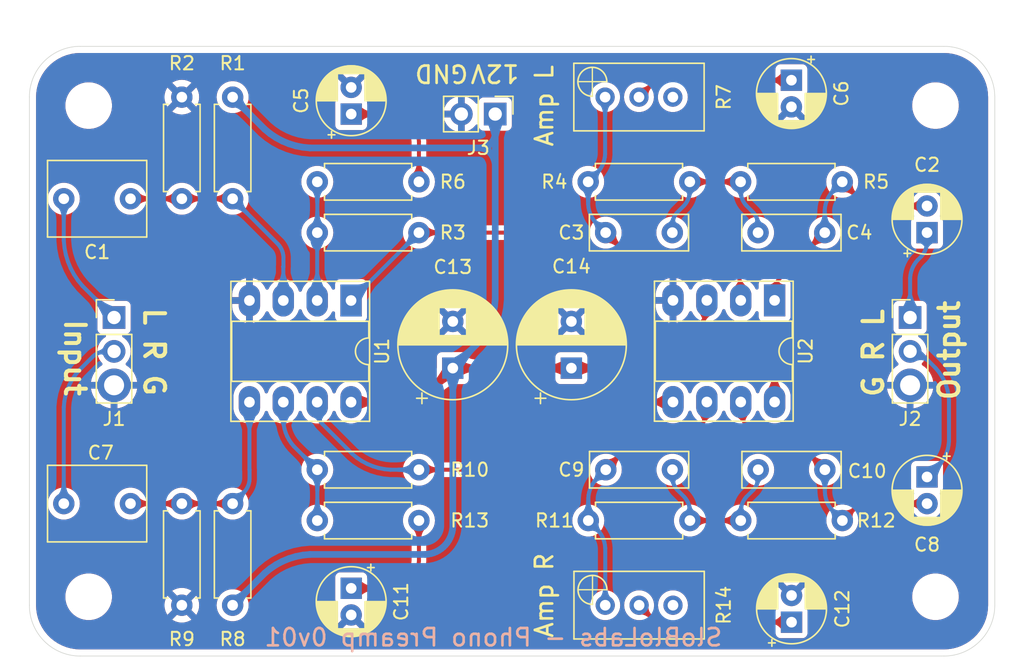
<source format=kicad_pcb>
(kicad_pcb (version 20240108) (generator "pcbnew") (generator_version "8.0")
  (title_block (comment 4 "AISLER Project ID: NXXSLMLE"))
  (layers (0 "F.Cu" signal) (31 "B.Cu" signal) (34 "B.Paste" user) (35 "F.Paste" user) (36 "B.SilkS" user "B.Silkscreen") (37 "F.SilkS" user "F.Silkscreen") (38 "B.Mask" user) (39 "F.Mask" user) (44 "Edge.Cuts" user))
  (net 0 "")
  (net 1 "/input_L")
  (net 2 "/op1in+L")
  (net 3 "/output_L")
  (net 4 "/op2outL")
  (net 5 "Net-(C3-Pad1)")
  (net 6 "/op2in-L")
  (net 7 "GND")
  (net 8 "Net-(C5-Pad1)")
  (net 9 "Net-(C6-Pad1)")
  (net 10 "/input_R")
  (net 11 "/output_R")
  (net 12 "Net-(C10-Pad2)")
  (net 13 "Net-(C11-Pad1)")
  (net 14 "Net-(C12-Pad1)")
  (net 15 "/12V")
  (net 16 "/op1in+R")
  (net 17 "/op2outR")
  (net 18 "/op2in-R")
  (net 19 "/op2in+L")
  (net 20 "/op1in-L")
  (net 21 "/op1in-R")
  (net 22 "/op2in+R")
  (footprint "Resistor_THT:R_Axial_DIN0207_L6.3mm_D2.5mm_P7.62mm_Horizontal" (layer "F.Cu") (at 111.76 100.33)
    (property "Reference" "R10")
    (property "Value" "120k")
  )
  (footprint "Resistor_THT:R_Axial_DIN0207_L6.3mm_D2.5mm_P7.62mm_Horizontal" (layer "F.Cu") (at 105.41 80.01 90)
    (property "Reference" "R1")
    (property "Value" "91k")
  )
  (footprint "Resistor_THT:R_Axial_DIN0207_L6.3mm_D2.5mm_P7.62mm_Horizontal" (layer "F.Cu") (at 111.76 82.55)
    (property "Reference" "R3")
    (property "Value" "120k")
  )
  (footprint "MountingHole:MountingHole_3mm" (layer "F.Cu") (at 158.115 73.025)
    (property "Reference" "H2" (hide yes))
    (property "Value" "MountingHole")
  )
  (footprint "Capacitor_THT:C_Rect_L7.2mm_W2.5mm_P5.00mm_FKS2_FKP2_MKS2_MKP2" (layer "F.Cu") (at 149.82 100.33 180)
    (property "Reference" "C10")
    (property "Value" "1n")
  )
  (footprint "Capacitor_THT:C_Rect_L7.2mm_W5.5mm_P5.00mm_FKS2_FKP2_MKS2_MKP2" (layer "F.Cu") (at 97.75 80.01 180)
    (property "Reference" "C1")
    (property "Value" "1u")
  )
  (footprint "Resistor_THT:R_Axial_DIN0207_L6.3mm_D2.5mm_P7.62mm_Horizontal" (layer "F.Cu") (at 119.38 104.14 180)
    (property "Reference" "R13")
    (property "Value" "10k")
  )
  (footprint "Capacitor_THT:CP_Radial_D8.0mm_P3.50mm" (layer "F.Cu") (at 121.92 92.71 90)
    (property "Reference" "C13")
    (property "Value" "100u")
  )
  (footprint "SloBlo:Potentiometer_Bourns_3296W_Vertical" (layer "F.Cu") (at 133.34 72.39 180)
    (property "Reference" "R7")
    (property "Value" "10k")
  )
  (footprint "Connector_PinHeader_2.54mm:PinHeader_1x03_P2.54mm_Vertical" (layer "F.Cu") (at 156.21 88.915)
    (property "Reference" "J2")
    (property "Value" "Screw_Terminal_01x03")
  )
  (footprint "Capacitor_THT:CP_Radial_D5.0mm_P2.00mm" (layer "F.Cu") (at 147.31 71.12 -90)
    (property "Reference" "C6")
    (property "Value" "22u")
  )
  (footprint "Resistor_THT:R_Axial_DIN0207_L6.3mm_D2.5mm_P7.62mm_Horizontal" (layer "F.Cu") (at 105.41 102.87 -90)
    (property "Reference" "R8")
    (property "Value" "91k")
  )
  (footprint "Resistor_THT:R_Axial_DIN0207_L6.3mm_D2.5mm_P7.62mm_Horizontal" (layer "F.Cu") (at 119.38 78.74 180)
    (property "Reference" "R6")
    (property "Value" "10k")
  )
  (footprint "Capacitor_THT:C_Rect_L7.2mm_W2.5mm_P5.00mm_FKS2_FKP2_MKS2_MKP2" (layer "F.Cu") (at 149.81 82.55 180)
    (property "Reference" "C4")
    (property "Value" "1n")
  )
  (footprint "Capacitor_THT:CP_Radial_D5.0mm_P2.00mm" (layer "F.Cu") (at 157.48 82.55 90)
    (property "Reference" "C2")
    (property "Value" "10u")
  )
  (footprint "Capacitor_THT:C_Rect_L7.2mm_W2.5mm_P5.00mm_FKS2_FKP2_MKS2_MKP2" (layer "F.Cu") (at 138.39 100.33 180)
    (property "Reference" "C9")
    (property "Value" "10n")
  )
  (footprint "Resistor_THT:R_Axial_DIN0207_L6.3mm_D2.5mm_P7.62mm_Horizontal" (layer "F.Cu") (at 101.6 72.39 -90)
    (property "Reference" "R2")
    (property "Value" "100k")
  )
  (footprint "Capacitor_THT:CP_Radial_D8.0mm_P3.50mm" (layer "F.Cu") (at 130.81 92.71 90)
    (property "Reference" "C14")
    (property "Value" "100u")
  )
  (footprint "Capacitor_THT:CP_Radial_D5.0mm_P2.00mm" (layer "F.Cu") (at 147.32 111.76 90)
    (property "Reference" "C12")
    (property "Value" "22u")
  )
  (footprint "Capacitor_THT:C_Rect_L7.2mm_W2.5mm_P5.00mm_FKS2_FKP2_MKS2_MKP2" (layer "F.Cu") (at 138.38 82.55 180)
    (property "Reference" "C3")
    (property "Value" "10n")
  )
  (footprint "Resistor_THT:R_Axial_DIN0207_L6.3mm_D2.5mm_P7.62mm_Horizontal" (layer "F.Cu") (at 132.08 104.14)
    (property "Reference" "R11")
    (property "Value" "1M")
  )
  (footprint "Capacitor_THT:CP_Radial_D5.0mm_P2.00mm" (layer "F.Cu") (at 114.3 109.22 -90)
    (property "Reference" "C11")
    (property "Value" "2u2")
  )
  (footprint "SloBlo:Potentiometer_Bourns_3296W_Vertical" (layer "F.Cu") (at 133.35 110.49 180)
    (property "Reference" "R14")
    (property "Value" "10k")
  )
  (footprint "Capacitor_THT:C_Rect_L7.2mm_W5.5mm_P5.00mm_FKS2_FKP2_MKS2_MKP2" (layer "F.Cu") (at 97.75 102.87 180)
    (property "Reference" "C7")
    (property "Value" "1u")
  )
  (footprint "Package_DIP:DIP-8_W7.62mm_Socket_LongPads" (layer "F.Cu") (at 114.29 87.64 -90)
    (property "Reference" "U1")
    (property "Value" "NE5532")
  )
  (footprint "Resistor_THT:R_Axial_DIN0207_L6.3mm_D2.5mm_P7.62mm_Horizontal" (layer "F.Cu") (at 151.13 104.14 180)
    (property "Reference" "R12")
    (property "Value" "51k")
  )
  (footprint "Capacitor_THT:CP_Radial_D5.0mm_P2.00mm" (layer "F.Cu") (at 157.48 100.87 -90)
    (property "Reference" "C8")
    (property "Value" "10u")
  )
  (footprint "Connector_PinHeader_2.54mm:PinHeader_1x03_P2.54mm_Vertical" (layer "F.Cu") (at 96.519962 88.915)
    (property "Reference" "J1")
    (property "Value" "Screw_Terminal_01x03")
  )
  (footprint "MountingHole:MountingHole_3mm" (layer "F.Cu") (at 94.615 73.025)
    (property "Reference" "H1" (hide yes))
    (property "Value" "MountingHole")
  )
  (footprint "MountingHole:MountingHole_3mm" (layer "F.Cu") (at 158.115 109.855)
    (property "Reference" "H4" (hide yes))
    (property "Value" "MountingHole")
  )
  (footprint "Package_DIP:DIP-8_W7.62mm_Socket_LongPads" (layer "F.Cu") (at 146.05 87.63 -90)
    (property "Reference" "U2")
    (property "Value" "TL072")
  )
  (footprint "Resistor_THT:R_Axial_DIN0207_L6.3mm_D2.5mm_P7.62mm_Horizontal" (layer "F.Cu") (at 151.12 78.74 180)
    (property "Reference" "R5")
    (property "Value" "51k")
  )
  (footprint "MountingHole:MountingHole_3mm" (layer "F.Cu") (at 94.615 109.855)
    (property "Reference" "H3" (hide yes))
    (property "Value" "MountingHole")
  )
  (footprint "Resistor_THT:R_Axial_DIN0207_L6.3mm_D2.5mm_P7.62mm_Horizontal" (layer "F.Cu") (at 101.6 110.49 90)
    (property "Reference" "R9")
    (property "Value" "100k")
  )
  (footprint "Capacitor_THT:CP_Radial_D5.0mm_P2.00mm" (layer "F.Cu") (at 114.3 73.66 90)
    (property "Reference" "C5")
    (property "Value" "2u2")
  )
  (footprint "Connector_PinHeader_2.54mm:PinHeader_1x02_P2.54mm_Vertical" (layer "F.Cu") (at 125.1 73.66 -90)
    (property "Reference" "J3")
    (property "Value" "Screw_Terminal_01x02")
  )
  (footprint "Resistor_THT:R_Axial_DIN0207_L6.3mm_D2.5mm_P7.62mm_Horizontal" (layer "F.Cu") (at 132.07 78.74)
    (property "Reference" "R4")
    (property "Value" "1M")
  )
  (gr_line (start 90.17 72.39) (end 90.17 110.49) (stroke (width 0.05)) (layer "Edge.Cuts"))
  (gr_arc (start 90.17 72.39) (mid 91.285923 69.695923) (end 93.98 68.58) (stroke (width 0.05)) (layer "Edge.Cuts"))
  (gr_line (start 158.75 68.58) (end 93.98 68.58) (stroke (width 0.05)) (layer "Edge.Cuts"))
  (gr_line (start 162.56 110.49) (end 162.56 72.39) (stroke (width 0.05)) (layer "Edge.Cuts"))
  (gr_line (start 93.98 114.3) (end 158.75 114.3) (stroke (width 0.05)) (layer "Edge.Cuts"))
  (gr_arc (start 93.98 114.3) (mid 91.285923 113.184077) (end 90.17 110.49) (stroke (width 0.05)) (layer "Edge.Cuts"))
  (gr_arc (start 162.56 110.49) (mid 161.444077 113.184077) (end 158.75 114.3) (stroke (width 0.05)) (layer "Edge.Cuts"))
  (gr_arc (start 158.75 68.58) (mid 161.444077 69.695923) (end 162.56 72.39) (stroke (width 0.05)) (layer "Edge.Cuts"))
  (gr_text "SloBloLabs - Phono Preamp 0v01" (at 142.24 113.665 0) (layer "B.SilkS") (effects (font (size 1.3 1.3) (thickness 0.2)) (justify left bottom mirror)))
  (gr_text "G R L" (at 154.332022 95.022084 90) (layer "F.SilkS") (effects (font (size 1.5 1.5) (thickness 0.3) (bold yes)) (justify left bottom)))
  (gr_text "12V" (at 127 69.85 180) (layer "F.SilkS") (effects (font (size 1.3 1.3) (thickness 0.2)) (justify left bottom)))
  (gr_text "GND" (at 123.19 69.85 180) (layer "F.SilkS") (effects (font (size 1.3 1.3) (thickness 0.2)) (justify left bottom)))
  (gr_text "Output" (at 160.02 95.25 90) (layer "F.SilkS") (effects (font (size 1.5 1.5) (thickness 0.3) (bold yes)) (justify left bottom)))
  (gr_text "L R G" (at 98.651094 88.038905 270) (layer "F.SilkS") (effects (font (size 1.5 1.5) (thickness 0.3) (bold yes)) (justify left bottom)))
  (gr_text "Amp R" (at 129.54 113.03 90) (layer "F.SilkS") (effects (font (size 1.3 1.3) (thickness 0.2)) (justify left bottom)))
  (gr_text "Amp L" (at 129.54 76.2 90) (layer "F.SilkS") (effects (font (size 1.3 1.3) (thickness 0.2)) (justify left bottom)))
  (gr_text "Input" (at 92.71 88.915 270) (layer "F.SilkS") (effects (font (size 1.5 1.5) (thickness 0.3) (bold yes)) (justify left bottom)))
  (segment (start 92.906709 84.214857) (end 93.061911 84.726487) (width 0.3) (layer "B.Cu") (net 1))
  (segment (start 92.906709 84.214857) (end 92.802404 83.690478) (width 0.3) (layer "B.Cu") (net 1))
  (segment (start 93.061911 84.726487) (end 93.266513 85.220441) (width 0.3) (layer "B.Cu") (net 1))
  (segment (start 93.266513 85.220441) (end 93.518546 85.691963) (width 0.3) (layer "B.Cu") (net 1))
  (segment (start 92.75 83.1584) (end 92.75 80.01) (width 0.3) (layer "B.Cu") (net 1))
  (segment (start 93.518546 85.691963) (end 93.815583 86.13651) (width 0.3) (layer "B.Cu") (net 1))
  (segment (start 94.154763 86.549801) (end 96.519962 88.915) (width 0.3) (layer "B.Cu") (net 1))
  (segment (start 92.75 83.1584) (end 92.802404 83.690478) (width 0.3) (layer "B.Cu") (net 1))
  (segment (start 93.815583 86.13651) (end 94.154763 86.549801) (width 0.3) (layer "B.Cu") (net 1))
  (segment (start 101.6 80.01) (end 105.41 80.01) (width 0.3) (layer "F.Cu") (net 2))
  (segment (start 101.6 80.01) (end 97.75 80.01) (width 0.3) (layer "F.Cu") (net 2))
  (segment (start 109.210163 85.104562) (end 109.21 85.106231) (width 0.3) (layer "B.Cu") (net 2))
  (segment (start 109.212408 85.098283) (end 109.21334 85.096888) (width 0.3) (layer "B.Cu") (net 2))
  (segment (start 108.82424 83.42424) (end 108.919795 83.540675) (width 0.3) (layer "B.Cu") (net 2))
  (segment (start 109.205235 84.229786) (end 109.17585 84.082055) (width 0.3) (layer "B.Cu") (net 2))
  (segment (start 109.22 85.083766) (end 109.219835 85.085435) (width 0.3) (layer "B.Cu") (net 2))
  (segment (start 109.210163 85.104562) (end 109.21049 85.102917) (width 0.3) (layer "B.Cu") (net 2))
  (segment (start 109.216655 85.093109) (end 109.21559 85.094405) (width 0.3) (layer "B.Cu") (net 2))
  (segment (start 109.211618 85.099762) (end 109.210977 85.101312) (width 0.3) (layer "B.Cu") (net 2))
  (segment (start 109.21559 85.094405) (end 109.214404 85.095592) (width 0.3) (layer "B.Cu") (net 2))
  (segment (start 109.214404 85.095592) (end 109.21334 85.096888) (width 0.3) (layer "B.Cu") (net 2))
  (segment (start 109.218378 85.090235) (end 109.21902 85.088685) (width 0.3) (layer "B.Cu") (net 2))
  (segment (start 109.22 85.083766) (end 109.22 84.379687) (width 0.3) (layer "B.Cu") (net 2))
  (segment (start 109.132125 83.937915) (end 109.17585 84.082055) (width 0.3) (layer "B.Cu") (net 2))
  (segment (start 109.21 85.106231) (end 109.21 87.64) (width 0.3) (layer "B.Cu") (net 2))
  (segment (start 108.82424 83.42424) (end 105.41 80.01) (width 0.3) (layer "B.Cu") (net 2))
  (segment (start 109.210977 85.101312) (end 109.21049 85.102917) (width 0.3) (layer "B.Cu") (net 2))
  (segment (start 109.218378 85.090235) (end 109.217587 85.091714) (width 0.3) (layer "B.Cu") (net 2))
  (segment (start 109.219507 85.08708) (end 109.219835 85.085435) (width 0.3) (layer "B.Cu") (net 2))
  (segment (start 109.216655 85.093109) (end 109.217587 85.091714) (width 0.3) (layer "B.Cu") (net 2))
  (segment (start 109.003478 83.665915) (end 109.074483 83.798755) (width 0.3) (layer "B.Cu") (net 2))
  (segment (start 109.212408 85.098283) (end 109.211618 85.099762) (width 0.3) (layer "B.Cu") (net 2))
  (segment (start 109.219507 85.08708) (end 109.21902 85.088685) (width 0.3) (layer "B.Cu") (net 2))
  (segment (start 109.205235 84.229786) (end 109.22 84.379687) (width 0.3) (layer "B.Cu") (net 2))
  (segment (start 109.003478 83.665915) (end 108.919795 83.540675) (width 0.3) (layer "B.Cu") (net 2))
  (segment (start 109.074483 83.798755) (end 109.132125 83.937915) (width 0.3) (layer "B.Cu") (net 2))
  (segment (start 156.21 85.963216) (end 156.21 88.915) (width 0.3) (layer "B.Cu") (net 3))
  (segment (start 156.634549 84.776674) (end 156.516204 84.953792) (width 0.3) (layer "B.Cu") (net 3))
  (segment (start 157.160483 84.198991) (end 157.05878 84.322917) (width 0.3) (layer "B.Cu") (net 3))
  (segment (start 157.48 83.306006) (end 157.48 82.55) (width 0.3) (layer "B.Cu") (net 3))
  (segment (start 157.160483 84.198991) (end 157.24955 84.065694) (width 0.3) (layer "B.Cu") (net 3))
  (segment (start 156.272435 85.542302) (end 156.230879 85.751225) (width 0.3) (layer "B.Cu") (net 3))
  (segment (start 157.325122 83.924308) (end 157.24955 84.065694) (width 0.3) (layer "B.Cu") (net 3))
  (segment (start 156.516204 84.953792) (end 156.415788 85.141656) (width 0.3) (layer "B.Cu") (net 3))
  (segment (start 157.48 83.306006) (end 157.464286 83.465549) (width 0.3) (layer "B.Cu") (net 3))
  (segment (start 156.33427 85.338457) (end 156.272435 85.542302) (width 0.3) (layer "B.Cu") (net 3))
  (segment (start 157.433009 83.622785) (end 157.464286 83.465549) (width 0.3) (layer "B.Cu") (net 3))
  (segment (start 156.33427 85.338457) (end 156.415788 85.141656) (width 0.3) (layer "B.Cu") (net 3))
  (segment (start 157.386472 83.776197) (end 157.325122 83.924308) (width 0.3) (layer "B.Cu") (net 3))
  (segment (start 156.769686 84.61201) (end 156.634549 84.776674) (width 0.3) (layer "B.Cu") (net 3))
  (segment (start 157.433009 83.622785) (end 157.386472 83.776197) (width 0.3) (layer "B.Cu") (net 3))
  (segment (start 156.230879 85.751225) (end 156.21 85.963216) (width 0.3) (layer "B.Cu") (net 3))
  (segment (start 156.769686 84.61201) (end 157.05878 84.322917) (width 0.3) (layer "B.Cu") (net 3))
  (segment (start 147.323458 85.044641) (end 147.321737 85.050316) (width 0.3) (layer "F.Cu") (net 4))
  (segment (start 153.185538 80.540793) (end 153.279014 80.55) (width 0.3) (layer "F.Cu") (net 4))
  (segment (start 146.445757 85.96424) (end 147.304418 85.105579) (width 0.3) (layer "F.Cu") (net 4))
  (segment (start 147.314269 85.090835) (end 147.316539 85.085356) (width 0.3) (layer "F.Cu") (net 4))
  (segment (start 146.445757 85.96424) (end 146.350201 86.080675) (width 0.3) (layer "F.Cu") (net 4))
  (segment (start 147.331817 85.029002) (end 147.328523 85.033932) (width 0.3) (layer "F.Cu") (net 4))
  (segment (start 152.755815 80.362795) (end 152.833913 80.414978) (width 0.3) (layer "F.Cu") (net 4))
  (segment (start 146.266518 86.205915) (end 146.195514 86.338755) (width 0.3) (layer "F.Cu") (net 4))
  (segment (start 152.683207 80.303207) (end 152.755815 80.362795) (width 0.3) (layer "F.Cu") (net 4))
  (segment (start 147.321737 85.050316) (end 147.320581 85.056131) (width 0.3) (layer "F.Cu") (net 4))
  (segment (start 146.064763 86.769786) (end 146.05 86.919687) (width 0.3) (layer "F.Cu") (net 4))
  (segment (start 152.265 79.885) (end 152.335 79.955) (width 0.3) (layer "F.Cu") (net 4))
  (segment (start 153.00353 80.495202) (end 153.093414 80.522468) (width 0.3) (layer "F.Cu") (net 4))
  (segment (start 147.335579 85.024418) (end 149.81 82.55) (width 0.3) (layer "F.Cu") (net 4))
  (segment (start 152.125 79.745) (end 152.195 79.815) (width 0.3) (layer "F.Cu") (net 4))
  (segment (start 153.093414 80.522468) (end 153.185538 80.540793) (width 0.3) (layer "F.Cu") (net 4))
  (segment (start 152.125 79.745) (end 151.12 78.74) (width 0.3) (layer "F.Cu") (net 4))
  (segment (start 147.323458 85.044641) (end 147.325728 85.039162) (width 0.3) (layer "F.Cu") (net 4))
  (segment (start 147.328523 85.033932) (end 147.325728 85.039162) (width 0.3) (layer "F.Cu") (net 4))
  (segment (start 147.32 85.067964) (end 147.319418 85.073866) (width 0.3) (layer "F.Cu") (net 4))
  (segment (start 147.30818 85.100995) (end 147.304418 85.105579) (width 0.3) (layer "F.Cu") (net 4))
  (segment (start 153.00353 80.495202) (end 152.916751 80.459256) (width 0.3) (layer "F.Cu") (net 4))
  (segment (start 147.32 85.062033) (end 147.32 85.067964) (width 0.3) (layer "F.Cu") (net 4))
  (segment (start 152.544307 80.164307) (end 152.475692 80.095692) (width 0.3) (layer "F.Cu") (net 4))
  (segment (start 147.318261 85.079681) (end 147.319418 85.073866) (width 0.3) (layer "F.Cu") (net 4))
  (segment (start 146.05 86.919687) (end 146.05 87.63) (width 0.3) (layer "F.Cu") (net 4))
  (segment (start 152.544307 80.164307) (end 152.612922 80.232922) (width 0.3) (layer "F.Cu") (net 4))
  (segment (start 147.311474 85.096065) (end 147.30818 85.100995) (width 0.3) (layer "F.Cu") (net 4))
  (segment (start 146.195514 86.338755) (end 146.137873 86.477915) (width 0.3) (layer "F.Cu") (net 4))
  (segment (start 152.833913 80.414978) (end 152.916751 80.459256) (width 0.3) (layer "F.Cu") (net 4))
  (segment (start 147.314269 85.090835) (end 147.311474 85.096065) (width 0.3) (layer "F.Cu") (net 4))
  (segment (start 147.318261 85.079681) (end 147.316539 85.085356) (width 0.3) (layer "F.Cu") (net 4))
  (segment (start 146.350201 86.080675) (end 146.266518 86.205915) (width 0.3) (layer "F.Cu") (net 4))
  (segment (start 153.279014 80.55) (end 157.48 80.55) (width 0.3) (layer "F.Cu") (net 4))
  (segment (start 147.320581 85.056131) (end 147.32 85.062033) (width 0.3) (layer "F.Cu") (net 4))
  (segment (start 147.335579 85.024418) (end 147.331817 85.029002) (width 0.3) (layer "F.Cu") (net 4))
  (segment (start 146.137873 86.477915) (end 146.094149 86.622055) (width 0.3) (layer "F.Cu") (net 4))
  (segment (start 152.407077 80.027077) (end 152.475692 80.095692) (width 0.3) (layer "F.Cu") (net 4))
  (segment (start 152.335 79.955) (end 152.407077 80.027077) (width 0.3) (layer "F.Cu") (net 4))
  (segment (start 152.683207 80.303207) (end 152.612922 80.232922) (width 0.3) (layer "F.Cu") (net 4))
  (segment (start 152.265 79.885) (end 152.195 79.815) (width 0.3) (layer "F.Cu") (net 4))
  (segment (start 146.064763 86.769786) (end 146.094149 86.622055) (width 0.3) (layer "F.Cu") (net 4))
  (segment (start 150.387313 79.472684) (end 150.247921 79.642534) (width 0.3) (layer "B.Cu") (net 4))
  (segment (start 149.938184 80.22201) (end 149.874402 80.432275) (width 0.3) (layer "B.Cu") (net 4))
  (segment (start 150.125847 79.825229) (end 150.022269 80.01901) (width 0.3) (layer "B.Cu") (net 4))
  (segment (start 150.387313 79.472684) (end 151.12 78.74) (width 0.3) (layer "B.Cu") (net 4))
  (segment (start 149.81 80.866446) (end 149.81 82.55) (width 0.3) (layer "B.Cu") (net 4))
  (segment (start 149.831536 80.647778) (end 149.81 80.866446) (width 0.3) (layer "B.Cu") (net 4))
  (segment (start 150.022269 80.01901) (end 149.938184 80.22201) (width 0.3) (layer "B.Cu") (net 4))
  (segment (start 149.874402 80.432275) (end 149.831536 80.647778) (width 0.3) (layer "B.Cu") (net 4))
  (segment (start 150.125847 79.825229) (end 150.247921 79.642534) (width 0.3) (layer "B.Cu") (net 4))
  (segment (start 143.5 78.74) (end 139.69 78.74) (width 0.3) (layer "F.Cu") (net 5))
  (segment (start 139.45955 80.255693) (end 139.370483 80.388991) (width 0.3) (layer "B.Cu") (net 5))
  (segment (start 139.535122 80.114308) (end 139.45955 80.255693) (width 0.3) (layer "B.Cu") (net 5))
  (segment (start 138.459452 81.508315) (end 138.419918 81.638642) (width 0.3) (layer "B.Cu") (net 5))
  (segment (start 143.819514 80.388991) (end 143.921217 80.512917) (width 0.3) (layer "B.Cu") (net 5))
  (segment (start 143.819514 80.388991) (end 143.730447 80.255693) (width 0.3) (layer "B.Cu") (net 5))
  (segment (start 144.81 81.907753) (end 144.81 82.55) (width 0.3) (layer "B.Cu") (net 5))
  (segment (start 139.535122 80.114308) (end 139.596472 79.966197) (width 0.3) (layer "B.Cu") (net 5))
  (segment (start 144.730545 81.508315) (end 144.678427 81.382491) (width 0.3) (layer "B.Cu") (net 5))
  (segment (start 138.393348 81.772217) (end 138.419918 81.638642) (width 0.3) (layer "B.Cu") (net 5))
  (segment (start 144.538563 81.149141) (end 144.614227 81.262381) (width 0.3) (layer "B.Cu") (net 5))
  (segment (start 139.674285 79.655549) (end 139.643009 79.812785) (width 0.3) (layer "B.Cu") (net 5))
  (segment (start 138.38 81.907753) (end 138.38 82.55) (width 0.3) (layer "B.Cu") (net 5))
  (segment (start 143.546989 79.812785) (end 143.593526 79.966197) (width 0.3) (layer "B.Cu") (net 5))
  (segment (start 138.651434 81.149141) (end 138.57577 81.26238) (width 0.3) (layer "B.Cu") (net 5))
  (segment (start 144.614227 81.262381) (end 144.678427 81.382491) (width 0.3) (layer "B.Cu") (net 5))
  (segment (start 138.737833 81.043863) (end 139.26878 80.512917) (width 0.3) (layer "B.Cu") (net 5))
  (segment (start 144.79665 81.772217) (end 144.81 81.907753) (width 0.3) (layer "B.Cu") (net 5))
  (segment (start 139.69 79.496006) (end 139.69 78.74) (width 0.3) (layer "B.Cu") (net 5))
  (segment (start 138.57577 81.26238) (end 138.511569 81.38249) (width 0.3) (layer "B.Cu") (net 5))
  (segment (start 138.737833 81.043863) (end 138.651434 81.149141) (width 0.3) (layer "B.Cu") (net 5))
  (segment (start 143.515713 79.655549) (end 143.546989 79.812785) (width 0.3) (layer "B.Cu") (net 5))
  (segment (start 143.654875 80.114308) (end 143.730447 80.255693) (width 0.3) (layer "B.Cu") (net 5))
  (segment (start 138.393348 81.772217) (end 138.38 81.907753) (width 0.3) (layer "B.Cu") (net 5))
  (segment (start 143.921217 80.512917) (end 144.452163 81.043863) (width 0.3) (layer "B.Cu") (net 5))
  (segment (start 139.643009 79.812785) (end 139.596472 79.966197) (width 0.3) (layer "B.Cu") (net 5))
  (segment (start 144.730545 81.508315) (end 144.77008 81.638642) (width 0.3) (layer "B.Cu") (net 5))
  (segment (start 144.452163 81.043863) (end 144.538563 81.149141) (width 0.3) (layer "B.Cu") (net 5))
  (segment (start 143.654875 80.114308) (end 143.593526 79.966197) (width 0.3) (layer "B.Cu") (net 5))
  (segment (start 139.370483 80.388991) (end 139.26878 80.512917) (width 0.3) (layer "B.Cu") (net 5))
  (segment (start 144.79665 81.772217) (end 144.77008 81.638642) (width 0.3) (layer "B.Cu") (net 5))
  (segment (start 143.5 79.496006) (end 143.5 78.74) (width 0.3) (layer "B.Cu") (net 5))
  (segment (start 143.5 79.496006) (end 143.515713 79.655549) (width 0.3) (layer "B.Cu") (net 5))
  (segment (start 138.511569 81.38249) (end 138.459452 81.508315) (width 0.3) (layer "B.Cu") (net 5))
  (segment (start 139.69 79.496006) (end 139.674285 79.655549) (width 0.3) (layer "B.Cu") (net 5))
  (segment (start 135.90892 84.56666) (end 136.267718 84.6755) (width 0.3) (layer "F.Cu") (net 6))
  (segment (start 142.273594 84.892341) (end 142.442952 84.962492) (width 0.3) (layer "F.Cu") (net 6))
  (segment (start 143.51 86.55944) (end 143.51 87.63) (width 0.3) (layer "F.Cu") (net 6))
  (segment (start 134.630261 83.800261) (end 134.920095 84.038122) (width 0.3) (layer "F.Cu") (net 6))
  (segment (start 142.098176 84.839129) (end 141.918387 84.803367) (width 0.3) (layer "F.Cu") (net 6))
  (segment (start 143.246493 85.690779) (end 143.14465 85.53836) (width 0.3) (layer "F.Cu") (net 6))
  (segment (start 141.735958 84.7854) (end 137.008594 84.7854) (width 0.3) (layer "F.Cu") (net 6))
  (segment (start 143.028358 85.396658) (end 143.14465 85.53836) (width 0.3) (layer "F.Cu") (net 6))
  (segment (start 142.604618 85.048904) (end 142.757036 85.150746) (width 0.3) (layer "F.Cu") (net 6))
  (segment (start 142.442952 84.962492) (end 142.604618 85.048904) (width 0.3) (layer "F.Cu") (net 6))
  (segment (start 135.231849 84.246429) (end 135.562518 84.423176) (width 0.3) (layer "F.Cu") (net 6))
  (segment (start 136.267718 84.6755) (end 136.635457 84.748649) (width 0.3) (layer "F.Cu") (net 6))
  (segment (start 135.562518 84.423176) (end 135.90892 84.56666) (width 0.3) (layer "F.Cu") (net 6))
  (segment (start 136.635457 84.748649) (end 137.008594 84.7854) (width 0.3) (layer "F.Cu") (net 6))
  (segment (start 143.492031 86.377011) (end 143.51 86.55944) (width 0.3) (layer "F.Cu") (net 6))
  (segment (start 142.757036 85.150746) (end 142.898737 85.267037) (width 0.3) (layer "F.Cu") (net 6))
  (segment (start 143.403055 86.021803) (end 143.456268 86.197221) (width 0.3) (layer "F.Cu") (net 6))
  (segment (start 141.918387 84.803367) (end 141.735958 84.7854) (width 0.3) (layer "F.Cu") (net 6))
  (segment (start 143.403055 86.021803) (end 143.332905 85.852445) (width 0.3) (layer "F.Cu") (net 6))
  (segment (start 142.098176 84.839129) (end 142.273594 84.892341) (width 0.3) (layer "F.Cu") (net 6))
  (segment (start 143.456268 86.197221) (end 143.492031 86.377011) (width 0.3) (layer "F.Cu") (net 6))
  (segment (start 134.630261 83.800261) (end 133.38 82.55) (width 0.3) (layer "F.Cu") (net 6))
  (segment (start 143.246493 85.690779) (end 143.332905 85.852445) (width 0.3) (layer "F.Cu") (net 6))
  (segment (start 135.231849 84.246429) (end 134.920095 84.038122) (width 0.3) (layer "F.Cu") (net 6))
  (segment (start 143.028358 85.396658) (end 142.898737 85.267037) (width 0.3) (layer "F.Cu") (net 6))
  (segment (start 132.428218 78.381779) (end 132.780311 78.029687) (width 0.3) (layer "B.Cu") (net 6))
  (segment (start 132.134402 80.857722) (end 132.198184 81.067987) (width 0.3) (layer "B.Cu") (net 6))
  (segment (start 132.28227 81.270988) (end 132.385848 81.464768) (width 0.3) (layer "B.Cu") (net 6))
  (segment (start 132.07 80.423551) (end 132.091536 80.642219) (width 0.3) (layer "B.Cu") (net 6))
  (segment (start 132.07 79.246598) (end 132.07 80.423551) (width 0.3) (layer "B.Cu") (net 6))
  (segment (start 132.915448 77.865023) (end 132.780311 78.029687) (width 0.3) (layer "B.Cu") (net 6))
  (segment (start 132.507921 81.647463) (end 132.647313 81.817313) (width 0.3) (layer "B.Cu") (net 6))
  (segment (start 132.428218 78.381779) (end 132.252618 78.644585) (width 0.3) (layer "B.Cu") (net 6))
  (segment (start 132.507921 81.647463) (end 132.385848 81.464768) (width 0.3) (layer "B.Cu") (net 6))
  (segment (start 132.647313 81.817313) (end 133.38 82.55) (width 0.3) (layer "B.Cu") (net 6))
  (segment (start 132.131662 78.936598) (end 132.07 79.246598) (width 0.3) (layer "B.Cu") (net 6))
  (segment (start 133.215726 77.303239) (end 133.134209 77.500041) (width 0.3) (layer "B.Cu") (net 6))
  (segment (start 132.131662 78.936598) (end 132.252618 78.644585) (width 0.3) (layer "B.Cu") (net 6))
  (segment (start 132.134402 80.857722) (end 132.091536 80.642219) (width 0.3) (layer "B.Cu") (net 6))
  (segment (start 133.34 76.678481) (end 133.31912 76.890472) (width 0.3) (layer "B.Cu") (net 6))
  (segment (start 133.033793 77.687905) (end 132.915448 77.865023) (width 0.3) (layer "B.Cu") (net 6))
  (segment (start 133.31912 76.890472) (end 133.277562 77.099395) (width 0.3) (layer "B.Cu") (net 6))
  (segment (start 133.134209 77.500041) (end 133.033793 77.687905) (width 0.3) (layer "B.Cu") (net 6))
  (segment (start 133.34 76.678481) (end 133.34 72.39) (width 0.3) (layer "B.Cu") (net 6))
  (segment (start 132.198184 81.067987) (end 132.28227 81.270988) (width 0.3) (layer "B.Cu") (net 6))
  (segment (start 133.277562 77.099395) (end 133.215726 77.303239) (width 0.3) (layer "B.Cu") (net 6))
  (segment (start 119.35912 75.509525) (end 119.38 75.721516) (width 0.3) (layer "F.Cu") (net 8))
  (segment (start 118.955447 74.534975) (end 119.073793 74.712092) (width 0.3) (layer "F.Cu") (net 8))
  (segment (start 118.505022 74.08455) (end 118.669685 74.219685) (width 0.3) (layer "F.Cu") (net 8))
  (segment (start 117.530472 73.680878) (end 117.739395 73.722435) (width 0.3) (layer "F.Cu") (net 8))
  (segment (start 117.739395 73.722435) (end 117.943239 73.784271) (width 0.3) (layer "F.Cu") (net 8))
  (segment (start 117.530472 73.680878) (end 117.318481 73.66) (width 0.3) (layer "F.Cu") (net 8))
  (segment (start 119.255726 75.096758) (end 119.174208 74.899955) (width 0.3) (layer "F.Cu") (net 8))
  (segment (start 118.140042 73.865789) (end 117.943239 73.784271) (width 0.3) (layer "F.Cu") (net 8))
  (segment (start 119.35912 75.509525) (end 119.317562 75.300602) (width 0.3) (layer "F.Cu") (net 8))
  (segment (start 119.073793 74.712092) (end 119.174208 74.899955) (width 0.3) (layer "F.Cu") (net 8))
  (segment (start 118.327905 73.966204) (end 118.505022 74.08455) (width 0.3) (layer "F.Cu") (net 8))
  (segment (start 118.820312 74.370312) (end 118.955447 74.534975) (width 0.3) (layer "F.Cu") (net 8))
  (segment (start 119.38 75.721516) (end 119.38 78.74) (width 0.3) (layer "F.Cu") (net 8))
  (segment (start 118.140042 73.865789) (end 118.327905 73.966204) (width 0.3) (layer "F.Cu") (net 8))
  (segment (start 119.255726 75.096758) (end 119.317562 75.300602) (width 0.3) (layer "F.Cu") (net 8))
  (segment (start 117.318481 73.66) (end 114.3 73.66) (width 0.3) (layer "F.Cu") (net 8))
  (segment (start 118.669685 74.219685) (end 118.820312 74.370312) (width 0.3) (layer "F.Cu") (net 8))
  (segment (start 137.620588 71.108841) (end 137.404321 71.174444) (width 0.3) (layer "F.Cu") (net 9))
  (segment (start 145.83266 71.0426) (end 138.067155 71.0426) (width 0.3) (layer "F.Cu") (net 9))
  (segment (start 145.956468 71.107457) (end 145.968462 71.112425) (width 0.3) (layer "F.Cu") (net 9))
  (segment (start 137.195525 71.26093) (end 136.996212 71.367465) (width 0.3) (layer "F.Cu") (net 9))
  (segment (start 136.633601 71.636396) (end 135.88 72.39) (width 0.3) (layer "F.Cu") (net 9))
  (segment (start 145.88273 71.05514) (end 145.894179 71.06126) (width 0.3) (layer "F.Cu") (net 9))
  (segment (start 145.945018 71.101337) (end 145.934224 71.094124) (width 0.3) (layer "F.Cu") (net 9))
  (segment (start 145.858312 71.046404) (end 145.870735 71.050172) (width 0.3) (layer "F.Cu") (net 9))
  (segment (start 145.84558 71.043872) (end 145.83266 71.0426) (width 0.3) (layer "F.Cu") (net 9))
  (segment (start 145.84558 71.043872) (end 145.858312 71.046404) (width 0.3) (layer "F.Cu") (net 9))
  (segment (start 145.968462 71.112425) (end 145.980885 71.116194) (width 0.3) (layer "F.Cu") (net 9))
  (segment (start 146.006537 71.12) (end 147.31 71.12) (width 0.3) (layer "F.Cu") (net 9))
  (segment (start 145.904973 71.068473) (end 145.915009 71.076709) (width 0.3) (layer "F.Cu") (net 9))
  (segment (start 138.067155 71.0426) (end 137.842244 71.064751) (width 0.3) (layer "F.Cu") (net 9))
  (segment (start 145.915009 71.076709) (end 145.924188 71.085888) (width 0.3) (layer "F.Cu") (net 9))
  (segment (start 145.993617 71.118727) (end 146.006537 71.12) (width 0.3) (layer "F.Cu") (net 9))
  (segment (start 137.842244 71.064751) (end 137.620588 71.108841) (width 0.3) (layer "F.Cu") (net 9))
  (segment (start 137.404321 71.174444) (end 137.195525 71.26093) (width 0.3) (layer "F.Cu") (net 9))
  (segment (start 145.904973 71.068473) (end 145.894179 71.06126) (width 0.3) (layer "F.Cu") (net 9))
  (segment (start 136.808301 71.493023) (end 136.996212 71.367465) (width 0.3) (layer "F.Cu") (net 9))
  (segment (start 145.924188 71.085888) (end 145.934224 71.094124) (width 0.3) (layer "F.Cu") (net 9))
  (segment (start 136.808301 71.493023) (end 136.633601 71.636396) (width 0.3) (layer "F.Cu") (net 9))
  (segment (start 145.88273 71.05514) (end 145.870735 71.050172) (width 0.3) (layer "F.Cu") (net 9))
  (segment (start 145.945018 71.101337) (end 145.956468 71.107457) (width 0.3) (layer "F.Cu") (net 9))
  (segment (start 145.980885 71.116194) (end 145.993617 71.118727) (width 0.3) (layer "F.Cu") (net 9))
  (segment (start 95.847634 91.455) (end 95.705751 91.468973) (width 0.3) (layer "B.Cu") (net 10))
  (segment (start 95.297772 91.592732) (end 95.42949 91.538173) (width 0.3) (layer "B.Cu") (net 10))
  (segment (start 92.792216 95.194655) (end 92.75 95.623291) (width 0.3) (layer "B.Cu") (net 10))
  (segment (start 92.792216 95.194655) (end 92.876243 94.772221) (width 0.3) (layer "B.Cu") (net 10))
  (segment (start 95.053494 91.739146) (end 94.943287 91.829591) (width 0.3) (layer "B.Cu") (net 10))
  (segment (start 94.943287 91.829591) (end 93.88166 92.891218) (width 0.3) (layer "B.Cu") (net 10))
  (segment (start 95.565921 91.496787) (end 95.42949 91.538173) (width 0.3) (layer "B.Cu") (net 10))
  (segment (start 95.172036 91.659939) (end 95.053494 91.739146) (width 0.3) (layer "B.Cu") (net 10))
  (segment (start 93.88166 92.891218) (end 93.608421 93.224161) (width 0.3) (layer "B.Cu") (net 10))
  (segment (start 95.705751 91.468973) (end 95.565921 91.496787) (width 0.3) (layer "B.Cu") (net 10))
  (segment (start 95.847634 91.455) (end 96.519962 91.455) (width 0.3) (layer "B.Cu") (net 10))
  (segment (start 93.001271 94.360058) (end 92.876243 94.772221) (width 0.3) (layer "B.Cu") (net 10))
  (segment (start 93.369131 93.582282) (end 93.166096 93.962134) (width 0.3) (layer "B.Cu") (net 10))
  (segment (start 92.75 95.623291) (end 92.75 102.87) (width 0.3) (layer "B.Cu") (net 10))
  (segment (start 95.297772 91.592732) (end 95.172036 91.659939) (width 0.3) (layer "B.Cu") (net 10))
  (segment (start 93.369131 93.582282) (end 93.608421 93.224161) (width 0.3) (layer "B.Cu") (net 10))
  (segment (start 93.166096 93.962134) (end 93.001271 94.360058) (width 0.3) (layer "B.Cu") (net 10))
  (segment (start 159.08814 94.731914) (end 159.125134 95.107511) (width 0.3) (layer "B.Cu") (net 11))
  (segment (start 159.044253 98.744792) (end 158.964152 99.008848) (width 0.3) (layer "B.Cu") (net 11))
  (segment (start 159.08814 94.731914) (end 159.014511 94.361752) (width 0.3) (layer "B.Cu") (net 11))
  (segment (start 158.133502 92.713502) (end 158.372931 93.005247) (width 0.3) (layer "B.Cu") (net 11))
  (segment (start 156.886122 91.531194) (end 156.813255 91.501012) (width 0.3) (layer "B.Cu") (net 11))
  (segment (start 158.575177 99.73657) (end 158.400124 99.949873) (width 0.3) (layer "B.Cu") (net 11))
  (segment (start 158.858555 99.263781) (end 158.728479 99.507137) (width 0.3) (layer "B.Cu") (net 11))
  (segment (start 156.660425 91.46273) (end 156.737781 91.478117) (width 0.3) (layer "B.Cu") (net 11))
  (segment (start 158.582611 93.319055) (end 158.760523 93.651905) (width 0.3) (layer "B.Cu") (net 11))
  (segment (start 158.964152 99.008848) (end 158.858555 99.263781) (width 0.3) (layer "B.Cu") (net 11))
  (segment (start 156.737781 91.478117) (end 156.813255 91.501012) (width 0.3) (layer "B.Cu") (net 11))
  (segment (start 156.886122 91.531194) (end 156.955679 91.568372) (width 0.3) (layer "B.Cu") (net 11))
  (segment (start 158.904953 94.000589) (end 159.014511 94.361752) (width 0.3) (layer "B.Cu") (net 11))
  (segment (start 158.760523 93.651905) (end 158.904953 94.000589) (width 0.3) (layer "B.Cu") (net 11))
  (segment (start 156.660425 91.46273) (end 156.581934 91.455) (width 0.3) (layer "B.Cu") (net 11))
  (segment (start 158.133502 92.713502) (end 157.082227 91.662227) (width 0.3) (layer "B.Cu") (net 11))
  (segment (start 158.582611 93.319055) (end 158.372931 93.005247) (width 0.3) (layer "B.Cu") (net 11))
  (segment (start 156.955679 91.568372) (end 157.021258 91.612191) (width 0.3) (layer "B.Cu") (net 11))
  (segment (start 156.581934 91.455) (end 156.21 91.455) (width 0.3) (layer "B.Cu") (net 11))
  (segment (start 159.125134 98.199547) (end 159.125134 95.107511) (width 0.3) (layer "B.Cu") (net 11))
  (segment (start 159.098086 98.474156) (end 159.044253 98.744792) (width 0.3) (layer "B.Cu") (net 11))
  (segment (start 158.400124 99.949873) (end 157.48 100.87) (width 0.3) (layer "B.Cu") (net 11))
  (segment (start 158.575177 99.73657) (end 158.728479 99.507137) (width 0.3) (layer "B.Cu") (net 11))
  (segment (start 159.125134 98.199547) (end 159.098086 98.474156) (width 0.3) (layer "B.Cu") (net 11))
  (segment (start 157.021258 91.612191) (end 157.082227 91.662227) (width 0.3) (layer "B.Cu") (net 11))
  (segment (start 143.51 104.14) (end 139.7 104.14) (width 0.3) (layer "F.Cu") (net 12))
  (segment (start 144.78008 101.241354) (end 144.740545 101.371681) (width 0.3) (layer "B.Cu") (net 12))
  (segment (start 139.46955 102.624304) (end 139.380483 102.491006) (width 0.3) (layer "B.Cu") (net 12))
  (segment (start 138.39 100.972244) (end 138.39 100.33) (width 0.3) (layer "B.Cu") (net 12))
  (segment (start 139.7 103.383991) (end 139.7 104.14) (width 0.3) (layer "B.Cu") (net 12))
  (segment (start 138.661435 101.730856) (end 138.747833 101.836133) (width 0.3) (layer "B.Cu") (net 12))
  (segment (start 143.829514 102.491006) (end 143.740447 102.624304) (width 0.3) (layer "B.Cu") (net 12))
  (segment (start 139.684285 103.224448) (end 139.7 103.383991) (width 0.3) (layer "B.Cu") (net 12))
  (segment (start 143.51 103.383991) (end 143.51 104.14) (width 0.3) (layer "B.Cu") (net 12))
  (segment (start 138.52157 101.497507) (end 138.585771 101.617617) (width 0.3) (layer "B.Cu") (net 12))
  (segment (start 138.469452 101.371682) (end 138.52157 101.497507) (width 0.3) (layer "B.Cu") (net 12))
  (segment (start 144.688427 101.497506) (end 144.740545 101.371681) (width 0.3) (layer "B.Cu") (net 12))
  (segment (start 139.46955 102.624304) (end 139.545122 102.765689) (width 0.3) (layer "B.Cu") (net 12))
  (segment (start 139.606472 102.9138) (end 139.545122 102.765689) (width 0.3) (layer "B.Cu") (net 12))
  (segment (start 143.931217 102.36708) (end 144.462163 101.836134) (width 0.3) (layer "B.Cu") (net 12))
  (segment (start 143.603525 102.9138) (end 143.664875 102.765689) (width 0.3) (layer "B.Cu") (net 12))
  (segment (start 143.556989 103.067212) (end 143.525713 103.224448) (width 0.3) (layer "B.Cu") (net 12))
  (segment (start 139.27878 102.36708) (end 138.747833 101.836133) (width 0.3) (layer "B.Cu") (net 12))
  (segment (start 144.688427 101.497506) (end 144.624227 101.617616) (width 0.3) (layer "B.Cu") (net 12))
  (segment (start 138.39 100.972244) (end 138.403348 101.10778) (width 0.3) (layer "B.Cu") (net 12))
  (segment (start 144.80665 101.10778) (end 144.78008 101.241354) (width 0.3) (layer "B.Cu") (net 12))
  (segment (start 143.740447 102.624304) (end 143.664875 102.765689) (width 0.3) (layer "B.Cu") (net 12))
  (segment (start 139.606472 102.9138) (end 139.653009 103.067212) (width 0.3) (layer "B.Cu") (net 12))
  (segment (start 144.548563 101.730856) (end 144.462163 101.836134) (width 0.3) (layer "B.Cu") (net 12))
  (segment (start 143.525713 103.224448) (end 143.51 103.383991) (width 0.3) (layer "B.Cu") (net 12))
  (segment (start 144.82 100.972244) (end 144.80665 101.10778) (width 0.3) (layer "B.Cu") (net 12))
  (segment (start 144.82 100.972244) (end 144.82 100.33) (width 0.3) (layer "B.Cu") (net 12))
  (segment (start 138.661435 101.730856) (end 138.585771 101.617617) (width 0.3) (layer "B.Cu") (net 12))
  (segment (start 138.429917 101.241355) (end 138.469452 101.371682) (width 0.3) (layer "B.Cu") (net 12))
  (segment (start 144.624227 101.617616) (end 144.548563 101.730856) (width 0.3) (layer "B.Cu") (net 12))
  (segment (start 143.603525 102.9138) (end 143.556989 103.067212) (width 0.3) (layer "B.Cu") (net 12))
  (segment (start 143.931217 102.36708) (end 143.829514 102.491006) (width 0.3) (layer "B.Cu") (net 12))
  (segment (start 138.429917 101.241355) (end 138.403348 101.10778) (width 0.3) (layer "B.Cu") (net 12))
  (segment (start 139.27878 102.36708) (end 139.380483 102.491006) (width 0.3) (layer "B.Cu") (net 12))
  (segment (start 139.684285 103.224448) (end 139.653009 103.067212) (width 0.3) (layer "B.Cu") (net 12))
  (segment (start 119.317562 107.579395) (end 119.255726 107.78324) (width 0.3) (layer "F.Cu") (net 13))
  (segment (start 118.669685 108.660312) (end 118.505022 108.795447) (width 0.3) (layer "F.Cu") (net 13))
  (segment (start 117.318481 109.22) (end 114.3 109.22) (width 0.3) (layer "F.Cu") (net 13))
  (segment (start 117.530472 109.19912) (end 117.739395 109.157562) (width 0.3) (layer "F.Cu") (net 13))
  (segment (start 118.140042 109.014207) (end 117.943239 109.095726) (width 0.3) (layer "F.Cu") (net 13))
  (segment (start 119.174208 107.980042) (end 119.255726 107.78324) (width 0.3) (layer "F.Cu") (net 13))
  (segment (start 117.530472 109.19912) (end 117.318481 109.22) (width 0.3) (layer "F.Cu") (net 13))
  (segment (start 118.955448 108.345022) (end 118.820311 108.509685) (width 0.3) (layer "F.Cu") (net 13))
  (segment (start 119.38 107.158481) (end 119.38 104.14) (width 0.3) (layer "F.Cu") (net 13))
  (segment (start 119.073793 108.167905) (end 118.955448 108.345022) (width 0.3) (layer "F.Cu") (net 13))
  (segment (start 119.174208 107.980042) (end 119.073793 108.167905) (width 0.3) (layer "F.Cu") (net 13))
  (segment (start 119.38 107.158481) (end 119.35912 107.370472) (width 0.3) (layer "F.Cu") (net 13))
  (segment (start 118.327905 108.913793) (end 118.140042 109.014207) (width 0.3) (layer "F.Cu") (net 13))
  (segment (start 119.317562 107.579395) (end 119.35912 107.370472) (width 0.3) (layer "F.Cu") (net 13))
  (segment (start 117.943239 109.095726) (end 117.739395 109.157562) (width 0.3) (layer "F.Cu") (net 13))
  (segment (start 118.820311 108.509685) (end 118.669685 108.660312) (width 0.3) (layer "F.Cu") (net 13))
  (segment (start 118.505022 108.795447) (end 118.327905 108.913793) (width 0.3) (layer "F.Cu") (net 13))
  (segment (start 145.944255 111.785838) (end 145.934232 111.794064) (width 0.3) (layer "F.Cu") (net 14))
  (segment (start 145.855725 111.836028) (end 145.842822 111.8373) (width 0.3) (layer "F.Cu") (net 14))
  (segment (start 145.944255 111.785838) (end 145.955035 111.778635) (width 0.3) (layer "F.Cu") (net 14))
  (segment (start 137.00613 111.512456) (end 137.205428 111.618983) (width 0.3) (layer "F.Cu") (net 14))
  (segment (start 137.852098 111.815149) (end 137.630458 111.771062) (width 0.3) (layer "F.Cu") (net 14))
  (segment (start 138.076992 111.8373) (end 145.842822 111.8373) (width 0.3) (layer "F.Cu") (net 14))
  (segment (start 146.016474 111.76) (end 146.003572 111.76127) (width 0.3) (layer "F.Cu") (net 14))
  (segment (start 145.880849 111.829734) (end 145.868442 111.833499) (width 0.3) (layer "F.Cu") (net 14))
  (segment (start 145.96647 111.772523) (end 145.978448 111.767562) (width 0.3) (layer "F.Cu") (net 14))
  (segment (start 137.852098 111.815149) (end 138.076992 111.8373) (width 0.3) (layer "F.Cu") (net 14))
  (segment (start 145.904262 111.818661) (end 145.892827 111.824772) (width 0.3) (layer "F.Cu") (net 14))
  (segment (start 145.925065 111.803232) (end 145.915042 111.811457) (width 0.3) (layer "F.Cu") (net 14))
  (segment (start 137.414207 111.705463) (end 137.630458 111.771062) (width 0.3) (layer "F.Cu") (net 14))
  (segment (start 136.643545 111.243545) (end 136.818232 111.386907) (width 0.3) (layer "F.Cu") (net 14))
  (segment (start 145.880849 111.829734) (end 145.892827 111.824772) (width 0.3) (layer "F.Cu") (net 14))
  (segment (start 145.990855 111.763799) (end 145.978448 111.767562) (width 0.3) (layer "F.Cu") (net 14))
  (segment (start 145.915042 111.811457) (end 145.904262 111.818661) (width 0.3) (layer "F.Cu") (net 14))
  (segment (start 137.205428 111.618983) (end 137.414207 111.705463) (width 0.3) (layer "F.Cu") (net 14))
  (segment (start 145.96647 111.772523) (end 145.955035 111.778635) (width 0.3) (layer "F.Cu") (net 14))
  (segment (start 136.643545 111.243545) (end 135.89 110.49) (width 0.3) (layer "F.Cu") (net 14))
  (segment (start 146.016474 111.76) (end 147.32 111.76) (width 0.3) (layer "F.Cu") (net 14))
  (segment (start 145.855725 111.836028) (end 145.868442 111.833499) (width 0.3) (layer "F.Cu") (net 14))
  (segment (start 145.934232 111.794064) (end 145.925065 111.803232) (width 0.3) (layer "F.Cu") (net 14))
  (segment (start 137.00613 111.512456) (end 136.818232 111.386907) (width 0.3) (layer "F.Cu") (net 14))
  (segment (start 146.003572 111.76127) (end 145.990855 111.763799) (width 0.3) (layer "F.Cu") (net 14))
  (segment (start 117.780731 95.26) (end 114.29 95.26) (width 0.5) (layer "F.Cu") (net 15))
  (segment (start 120.493781 94.136217) (end 120.163156 94.407554) (width 0.5) (layer "F.Cu") (net 15))
  (segment (start 146.05 93.827276) (end 146.05 95.25) (width 0.5) (layer "F.Cu") (net 15))
  (segment (start 119.807527 94.645177) (end 119.43032 94.846798) (width 0.5) (layer "F.Cu") (net 15))
  (segment (start 119.035168 95.010475) (end 118.625875 95.134634) (width 0.5) (layer "F.Cu") (net 15))
  (segment (start 145.377982 92.82153) (end 145.271321 92.77735) (width 0.5) (layer "F.Cu") (net 15))
  (segment (start 121.92 92.71) (end 130.81 92.71) (width 0.5) (layer "F.Cu") (net 15))
  (segment (start 146.01616 93.599153) (end 146.038684 93.712384) (width 0.5) (layer "F.Cu") (net 15))
  (segment (start 145.047613 92.721315) (end 145.160844 92.743838) (width 0.5) (layer "F.Cu") (net 15))
  (segment (start 119.035168 95.010475) (end 119.43032 94.846798) (width 0.5) (layer "F.Cu") (net 15))
  (segment (start 145.160844 92.743838) (end 145.271321 92.77735) (width 0.5) (layer "F.Cu") (net 15))
  (segment (start 145.047613 92.721315) (end 144.932721 92.71) (width 0.5) (layer "F.Cu") (net 15))
  (segment (start 145.982647 93.488676) (end 145.938467 93.382015) (width 0.5) (layer "F.Cu") (net 15))
  (segment (start 145.746666 93.094966) (end 145.665031 93.013331) (width 0.5) (layer "F.Cu") (net 15))
  (segment (start 145.819905 93.184208) (end 145.884045 93.2802) (width 0.5) (layer "F.Cu") (net 15))
  (segment (start 146.038684 93.712384) (end 146.05 93.827276) (width 0.5) (layer "F.Cu") (net 15))
  (segment (start 120.163156 94.407554) (end 119.807527 94.645177) (width 0.5) (layer "F.Cu") (net 15))
  (segment (start 118.206382 95.218076) (end 117.780731 95.26) (width 0.5) (layer "F.Cu") (net 15))
  (segment (start 145.884045 93.2802) (end 145.938467 93.382015) (width 0.5) (layer "F.Cu") (net 15))
  (segment (start 145.377982 92.82153) (end 145.479797 92.875952) (width 0.5) (layer "F.Cu") (net 15))
  (segment (start 118.206382 95.218076) (end 118.625875 95.134634) (width 0.5) (layer "F.Cu") (net 15))
  (segment (start 120.493781 94.136217) (end 121.92 92.71) (width 0.5) (layer "F.Cu") (net 15))
  (segment (start 145.982647 93.488676) (end 146.01616 93.599153) (width 0.5) (layer "F.Cu") (net 15))
  (segment (start 145.479797 92.875952) (end 145.575789 92.940092) (width 0.5) (layer "F.Cu") (net 15))
  (segment (start 145.575789 92.940092) (end 145.665031 93.013331) (width 0.5) (layer "F.Cu") (net 15))
  (segment (start 145.746666 93.094966) (end 145.819905 93.184208) (width 0.5) (layer "F.Cu") (net 15))
  (segment (start 130.81 92.71) (end 144.932721 92.71) (width 0.5) (layer "F.Cu") (net 15))
  (segment (start 121.495447 105.805022) (end 121.613793 105.627905) (width 0.5) (layer "B.Cu") (net 15))
  (segment (start 125.002966 77.021722) (end 124.861063 76.735591) (width 0.5) (layer "B.Cu") (net 15))
  (segment (start 119.858481 106.68) (end 111.206636 106.68) (width 0.5) (layer "B.Cu") (net 15))
  (segment (start 121.495447 105.805022) (end 121.360311 105.969686) (width 0.5) (layer "B.Cu") (net 15))
  (segment (start 110.674558 76.147594) (end 110.150179 76.043289) (width 0.5) (layer "B.Cu") (net 15))
  (segment (start 125.030533 75.84616) (end 125.1 75.843647) (width 0.5) (layer "B.Cu") (net 15))
  (segment (start 120.279395 106.617562) (end 120.070472 106.65912) (width 0.5) (layer "B.Cu") (net 15))
  (segment (start 124.563813 76.132741) (end 124.490858 76.045497) (width 0.5) (layer "B.Cu") (net 15))
  (segment (start 125.1 77.083265) (end 125.1 76.759376) (width 0.5) (layer "B.Cu") (net 15))
  (segment (start 110.674558 76.147594) (end 111.206636 76.2) (width 0.5) (layer "B.Cu") (net 15))
  (segment (start 125.05066 75.424474) (end 125.1 75.206768) (width 0.5) (layer "B.Cu") (net 15))
  (segment (start 124.936433 75.665248) (end 124.960771 75.782357) (width 0.5) (layer "B.Cu") (net 15))
  (segment (start 108.228526 107.745583) (end 107.815234 108.084763) (width 0.5) (layer "B.Cu") (net 15))
  (segment (start 121.89912 104.830472) (end 121.857562 105.039395) (width 0.5) (layer "B.Cu") (net 15))
  (segment (start 121.795726 105.24324) (end 121.714209 105.440042) (width 0.5) (layer "B.Cu") (net 15))
  (segment (start 124.960771 75.782357) (end 124.854255 75.774754) (width 0.5) (layer "B.Cu") (net 15))
  (segment (start 125.1 75.978667) (end 125.1 76.613649) (width 0.5) (layer "B.Cu") (net 15))
  (segment (start 121.92 104.618481) (end 121.89912 104.830472) (width 0.5) (layer "B.Cu") (net 15))
  (segment (start 124.428749 76.335211) (end 124.212806 76.245375) (width 0.5) (layer "B.Cu") (net 15))
  (segment (start 121.209685 106.120311) (end 121.045022 106.255447) (width 0.5) (layer "B.Cu") (net 15))
  (segment (start 125.1 77.083265) (end 125.1 77.353286) (width 0.5) (layer "B.Cu") (net 15))
  (segment (start 124.036949 90.519112) (end 124.33328 90.075623) (width 0.5) (layer "B.Cu") (net 15))
  (segment (start 109.144594 107.196513) (end 109.638548 106.991911) (width 0.5) (layer "B.Cu") (net 15))
  (segment (start 125.1 76.759376) (end 125.020837 76.679157) (width 0.5) (layer "B.Cu") (net 15))
  (segment (start 124.781632 76.62558) (end 124.91961 76.6769) (width 0.5) (layer "B.Cu") (net 15))
  (segment (start 124.91961 76.6769) (end 125.020837 76.679157) (width 0.5) (layer "B.Cu") (net 15))
  (segment (start 125.1 75.843647) (end 125.1 75.978667) (width 0.5) (layer "B.Cu") (net 15))
  (segment (start 125.1 75.506925) (end 125.05066 75.424474) (width 0.5) (layer "B.Cu") (net 15))
  (segment (start 121.714209 105.440042) (end 121.613793 105.627905) (width 0.5) (layer "B.Cu") (net 15))
  (segment (start 125.1 75.978667) (end 125.030533 75.84616) (width 0.5) (layer "B.Cu") (net 15))
  (segment (start 109.144594 107.196513) (end 108.673074 107.448546) (width 0.5) (layer "B.Cu") (net 15))
  (segment (start 125.1 77.353286) (end 125.1 87.548089) (width 0.5) (layer "B.Cu") (net 15))
  (segment (start 107.815234 108.084763) (end 105.41 110.49) (width 0.5) (layer "B.Cu") (net 15))
  (segment (start 124.428749 76.335211) (end 124.546803 76.282713) (width 0.5) (layer "B.Cu") (net 15))
  (segment (start 125.05066 75.424474) (end 124.936433 75.665248) (width 0.5) (layer "B.Cu") (net 15))
  (segment (start 124.602057 76.446005) (end 124.428749 76.335211) (width 0.5) (layer "B.Cu") (net 15))
  (segment (start 124.650779 75.948432) (end 124.563813 76.132741) (width 0.5) (layer "B.Cu") (net 15))
  (segment (start 120.48324 106.555726) (end 120.279395 106.617562) (width 0.5) (layer "B.Cu") (net 15))
  (segment (start 125.1 75.206768) (end 125.1 75.506925) (width 0.5) (layer "B.Cu") (net 15))
  (segment (start 125.1 75.843647) (end 125.1 75.506925) (width 0.5) (layer "B.Cu") (net 15))
  (segment (start 124.490858 76.045497) (end 124.650779 75.948432) (width 0.5) (layer "B.Cu") (net 15))
  (segment (start 124.563813 76.132741) (end 124.546803 76.282713) (width 0.5) (layer "B.Cu") (net 15))
  (segment (start 125.1 76.613649) (end 125.1 76.759376) (width 0.5) (layer "B.Cu") (net 15))
  (segment (start 121.209685 106.120311) (end 121.360311 105.969686) (width 0.5) (layer "B.Cu") (net 15))
  (segment (start 124.261504 76.137033) (end 124.212806 76.245375) (width 0.5) (layer "B.Cu") (net 15))
  (segment (start 124.212806 76.245375) (end 123.985682 76.2) (width 0.5) (layer "B.Cu") (net 15))
  (segment (start 124.854255 75.774754) (end 124.936433 75.665248) (width 0.5) (layer "B.Cu") (net 15))
  (segment (start 120.867905 106.373793) (end 120.680042 106.474209) (width 0.5) (layer "B.Cu") (net 15))
  (segment (start 125.047719 88.078901) (end 124.943661 88.602032) (width 0.5) (layer "B.Cu") (net 15))
  (segment (start 124.650779 75.948432) (end 124.854255 75.774754) (width 0.5) (layer "B.Cu") (net 15))
  (segment (start 123.985682 76.2) (end 124.261504 76.137033) (width 0.5) (layer "B.Cu") (net 15))
  (segment (start 125.1 87.548089) (end 125.047719 88.078901) (width 0.5) (layer "B.Cu") (net 15))
  (segment (start 124.584713 89.605224) (end 124.33328 90.075623) (width 0.5) (layer "B.Cu") (net 15))
  (segment (start 109.638548 75.888087) (end 110.150179 76.043289) (width 0.5) (layer "B.Cu") (net 15))
  (segment (start 111.206636 76.2) (end 123.985682 76.2) (width 0.5) (layer "B.Cu") (net 15))
  (segment (start 124.861063 76.735591) (end 124.781632 76.62558) (width 0.5) (layer "B.Cu") (net 15))
  (segment (start 124.943661 88.602032) (end 124.788829 89.112445) (width 0.5) (layer "B.Cu") (net 15))
  (segment (start 125.030533 75.84616) (end 124.960771 75.782357) (width 0.5) (layer "B.Cu") (net 15))
  (segment (start 124.91961 76.6769) (end 124.861063 76.735591) (width 0.5) (layer "B.Cu") (net 15))
  (segment (start 107.815234 74.795234) (end 105.41 72.39) (width 0.5) (layer "B.Cu") (net 15))
  (segment (start 121.92 104.618481) (end 121.92 92.71) (width 0.5) (layer "B.Cu") (net 15))
  (segment (start 108.673072 75.431451) (end 109.144594 75.683484) (width 0.5) (layer "B.Cu") (net 15))
  (segment (start 110.674558 106.732404) (end 110.150179 106.83671) (width 0.5) (layer "B.Cu") (net 15))
  (segment (start 125.020837 76.679157) (end 125.1 76.613649) (width 0.5) (layer "B.Cu") (net 15))
  (segment (start 124.602057 76.446005) (end 124.781632 76.62558) (width 0.5) (layer "B.Cu") (net 15))
  (segment (start 107.815234 74.795234) (end 108.228525 75.134414) (width 0.5) (layer "B.Cu") (net 15))
  (segment (start 110.150179 106.83671) (end 109.638548 106.991911) (width 0.5) (layer "B.Cu") (net 15))
  (segment (start 125.002966 77.021722) (end 125.1 77.083265) (width 0.5) (layer "B.Cu") (net 15))
  (segment (start 121.857562 105.039395) (end 121.795726 105.24324) (width 0.5) (layer "B.Cu") (net 15))
  (segment (start 108.673072 75.431451) (end 108.228525 75.134414) (width 0.5) (layer "B.Cu") (net 15))
  (segment (start 124.490858 76.045497) (end 124.261504 76.137033) (width 0.5) (layer "B.Cu") (net 15))
  (segment (start 123.698577 90.93142) (end 121.92 92.71) (width 0.5) (layer "B.Cu") (net 15))
  (segment (start 108.228526 107.745583) (end 108.673074 107.448546) (width 0.5) (layer "B.Cu") (net 15))
  (segment (start 124.788829 89.112445) (end 124.584713 89.605224) (width 0.5) (layer "B.Cu") (net 15))
  (segment (start 125.1 77.353286) (end 125.002966 77.021722) (width 0.5) (layer "B.Cu") (net 15))
  (segment (start 124.546803 76.282713) (end 124.602057 76.446005) (width 0.5) (layer "B.Cu") (net 15))
  (segment (start 125.1 75.206768) (end 125.1 73.66) (width 0.5) (layer "B.Cu") (net 15))
  (segment (start 121.045022 106.255447) (end 120.867905 106.373793) (width 0.5) (layer "B.Cu") (net 15))
  (segment (start 111.206636 106.68) (end 110.674558 106.732404) (width 0.5) (layer "B.Cu") (net 15))
  (segment (start 109.144594 75.683484) (end 109.638548 75.888087) (width 0.5) (layer "B.Cu") (net 15))
  (segment (start 120.070472 106.65912) (end 119.858481 106.68) (width 0.5) (layer "B.Cu") (net 15))
  (segment (start 124.036949 90.519112) (end 123.698577 90.93142) (width 0.5) (layer "B.Cu") (net 15))
  (segment (start 120.48324 106.555726) (end 120.680042 106.474209) (width 0.5) (layer "B.Cu") (net 15))
  (segment (start 101.6 102.87) (end 97.75 102.87) (width 0.3) (layer "F.Cu") (net 16))
  (segment (start 101.6 102.87) (end 105.41 102.87) (width 0.3) (layer "F.Cu") (net 16))
  (segment (start 106.673341 100.323109) (end 106.674405 100.324405) (width 0.3) (layer "B.Cu") (net 16))
  (segment (start 106.67049 100.31708) (end 106.670164 100.315435) (width 0.3) (layer "B.Cu") (net 16))
  (segment (start 106.675592 100.325592) (end 106.676656 100.326888) (width 0.3) (layer "B.Cu") (net 16))
  (segment (start 106.534483 101.621242) (end 106.463479 101.754082) (width 0.3) (layer "B.Cu") (net 16))
  (segment (start 106.379795 101.879322) (end 106.28424 101.995757) (width 0.3) (layer "B.Cu") (net 16))
  (segment (start 106.67 100.313766) (end 106.670164 100.315435) (width 0.3) (layer "B.Cu") (net 16))
  (segment (start 106.68 101.04031) (end 106.665235 101.190211) (width 0.3) (layer "B.Cu") (net 16))
  (segment (start 106.63585 101.337942) (end 106.592125 101.482082) (width 0.3) (layer "B.Cu") (net 16))
  (segment (start 106.670977 100.318685) (end 106.671619 100.320235) (width 0.3) (layer "B.Cu") (net 16))
  (segment (start 106.665235 101.190211) (end 106.63585 101.337942) (width 0.3) (layer "B.Cu") (net 16))
  (segment (start 106.28424 101.995757) (end 105.41 102.87) (width 0.3) (layer "B.Cu") (net 16))
  (segment (start 106.679021 100.331312) (end 106.679508 100.332917) (width 0.3) (layer "B.Cu") (net 16))
  (segment (start 106.671619 100.320235) (end 106.67241 100.321714) (width 0.3) (layer "B.Cu") (net 16))
  (segment (start 106.379795 101.879322) (end 106.463479 101.754082) (width 0.3) (layer "B.Cu") (net 16))
  (segment (start 106.67049 100.31708) (end 106.670977 100.318685) (width 0.3) (layer "B.Cu") (net 16))
  (segment (start 106.68 101.04031) (end 106.68 100.336231) (width 0.3) (layer "B.Cu") (net 16))
  (segment (start 106.674405 100.324405) (end 106.675592 100.325592) (width 0.3) (layer "B.Cu") (net 16))
  (segment (start 106.534483 101.621242) (end 106.592125 101.482082) (width 0.3) (layer "B.Cu") (net 16))
  (segment (start 106.673341 100.323109) (end 106.67241 100.321714) (width 0.3) (layer "B.Cu") (net 16))
  (segment (start 106.679835 100.334562) (end 106.68 100.336231) (width 0.3) (layer "B.Cu") (net 16))
  (segment (start 106.677588 100.328283) (end 106.676656 100.326888) (width 0.3) (layer "B.Cu") (net 16))
  (segment (start 106.677588 100.328283) (end 106.678379 100.329762) (width 0.3) (layer "B.Cu") (net 16))
  (segment (start 106.678379 100.329762) (end 106.679021 100.331312) (width 0.3) (layer "B.Cu") (net 16))
  (segment (start 106.67 100.313766) (end 106.67 95.26) (width 0.3) (layer "B.Cu") (net 16))
  (segment (start 106.679508 100.332917) (end 106.679835 100.334562) (width 0.3) (layer "B.Cu") (net 16))
  (segment (start 143.810201 96.799322) (end 143.905757 96.915757) (width 0.3) (layer "F.Cu") (net 17))
  (segment (start 152.566757 102.99427) (end 152.369956 103.075788) (width 0.3) (layer "F.Cu") (net 17))
  (segment (start 153.191516 102.87) (end 152.979525 102.890879) (width 0.3) (layer "F.Cu") (net 17))
  (segment (start 144.946757 97.665726) (end 145.150602 97.727562) (width 0.3) (layer "F.Cu") (net 17))
  (segment (start 147.829848 98.380949) (end 147.583312 98.216219) (width 0.3) (layer "F.Cu") (net 17))
  (segment (start 151.840311 103.429687) (end 151.13 104.14) (width 0.3) (layer "F.Cu") (net 17))
  (segment (start 143.51 95.960311) (end 143.524763 96.110211) (width 0.3) (layer "F.Cu") (net 17))
  (segment (start 143.655514 96.541242) (end 143.726518 96.674082) (width 0.3) (layer "F.Cu") (net 17))
  (segment (start 147.321817 98.076447) (end 147.583312 98.216219) (width 0.3) (layer "F.Cu") (net 17))
  (segment (start 144.220311 97.230311) (end 144.384975 97.365448) (width 0.3) (layer "F.Cu") (net 17))
  (segment (start 144.384975 97.365448) (end 144.562092 97.483793) (width 0.3) (layer "F.Cu") (net 17))
  (segment (start 145.359525 97.76912) (end 145.571516 97.79) (width 0.3) (layer "F.Cu") (net 17))
  (segment (start 148.059051 98.569051) (end 149.82 100.33) (width 0.3) (layer "F.Cu") (net 17))
  (segment (start 152.770602 102.932435) (end 152.979525 102.890879) (width 0.3) (layer "F.Cu") (net 17))
  (segment (start 147.829848 98.380949) (end 148.059051 98.569051) (width 0.3) (layer "F.Cu") (net 17))
  (segment (start 152.770602 102.932435) (end 152.566757 102.99427) (width 0.3) (layer "F.Cu") (net 17))
  (segment (start 145.150602 97.727562) (end 145.359525 97.76912) (width 0.3) (layer "F.Cu") (net 17))
  (segment (start 146.76414 97.876907) (end 147.047879 97.962978) (width 0.3) (layer "F.Cu") (net 17))
  (segment (start 152.004975 103.29455) (end 152.182092 103.176204) (width 0.3) (layer "F.Cu") (net 17))
  (segment (start 143.51 95.960311) (end 143.51 95.25) (width 0.3) (layer "F.Cu") (net 17))
  (segment (start 143.597873 96.402082) (end 143.655514 96.541242) (width 0.3) (layer "F.Cu") (net 17))
  (segment (start 146.473332 97.819062) (end 146.178253 97.79) (width 0.3) (layer "F.Cu") (net 17))
  (segment (start 145.571516 97.79) (end 146.178253 97.79) (width 0.3) (layer "F.Cu") (net 17))
  (segment (start 144.946757 97.665726) (end 144.749955 97.584209) (width 0.3) (layer "F.Cu") (net 17))
  (segment (start 146.473332 97.819062) (end 146.76414 97.876907) (width 0.3) (layer "F.Cu") (net 17))
  (segment (start 143.810201 96.799322) (end 143.726518 96.674082) (width 0.3) (layer "F.Cu") (net 17))
  (segment (start 152.004975 103.29455) (end 151.840311 103.429687) (width 0.3) (layer "F.Cu") (net 17))
  (segment (start 143.554149 96.257943) (end 143.597873 96.402082) (width 0.3) (layer "F.Cu") (net 17))
  (segment (start 144.562092 97.483793) (end 144.749955 97.584209) (width 0.3) (layer "F.Cu") (net 17))
  (segment (start 147.321817 98.076447) (end 147.047879 97.962978) (width 0.3) (layer "F.Cu") (net 17))
  (segment (start 153.191516 102.87) (end 157.48 102.87) (width 0.3) (layer "F.Cu") (net 17))
  (segment (start 144.220311 97.230311) (end 143.905757 96.915757) (width 0.3) (layer "F.Cu") (net 17))
  (segment (start 152.369956 103.075788) (end 152.182092 103.176204) (width 0.3) (layer "F.Cu") (net 17))
  (segment (start 143.524763 96.110211) (end 143.554149 96.257943) (width 0.3) (layer "F.Cu") (net 17))
  (segment (start 149.948184 102.657987) (end 150.03227 102.860988) (width 0.3) (layer "B.Cu") (net 17))
  (segment (start 149.82 102.013551) (end 149.841536 102.232219) (width 0.3) (layer "B.Cu") (net 17))
  (segment (start 150.135848 103.054768) (end 150.257921 103.237463) (width 0.3) (layer "B.Cu") (net 17))
  (segment (start 150.257921 103.237463) (end 150.397313 103.407313) (width 0.3) (layer "B.Cu") (net 17))
  (segment (start 150.397313 103.407313) (end 151.13 104.14) (width 0.3) (layer "B.Cu") (net 17))
  (segment (start 149.884402 102.447722) (end 149.948184 102.657987) (width 0.3) (layer "B.Cu") (net 17))
  (segment (start 149.884402 102.447722) (end 149.841536 102.232219) (width 0.3) (layer "B.Cu") (net 17))
  (segment (start 150.03227 102.860988) (end 150.135848 103.054768) (width 0.3) (layer "B.Cu") (net 17))
  (segment (start 149.82 102.013551) (end 149.82 100.33) (width 0.3) (layer "B.Cu") (net 17))
  (segment (start 135.830859 98.195097) (end 135.461049 98.392765) (width 0.3) (layer "F.Cu") (net 18))
  (segment (start 140.824483 96.541242) (end 140.753478 96.674082) (width 0.3) (layer "F.Cu") (net 18))
  (segment (start 139.533239 97.665726) (end 139.329395 97.727562) (width 0.3) (layer "F.Cu") (net 18))
  (segment (start 140.259686 97.23031) (end 140.095022 97.365446) (width 0.3) (layer "F.Cu") (net 18))
  (segment (start 133.392766 100.293712) (end 133.391389 100.298252) (width 0.3) (layer "F.Cu") (net 18))
  (segment (start 139.120472 97.76912) (end 139.329395 97.727562) (width 0.3) (layer "F.Cu") (net 18))
  (segment (start 137.030799 97.8311) (end 136.619532 97.912906) (width 0.3) (layer "F.Cu") (net 18))
  (segment (start 138.908481 97.79) (end 137.448104 97.79) (width 0.3) (layer "F.Cu") (net 18))
  (segment (start 140.925849 96.257942) (end 140.955235 96.110211) (width 0.3) (layer "F.Cu") (net 18))
  (segment (start 140.753478 96.674082) (end 140.669795 96.799322) (width 0.3) (layer "F.Cu") (net 18))
  (segment (start 140.97 95.96031) (end 140.97 95.25) (width 0.3) (layer "F.Cu") (net 18))
  (segment (start 140.925849 96.257942) (end 140.882125 96.402082) (width 0.3) (layer "F.Cu") (net 18))
  (segment (start 139.917905 97.483792) (end 139.730042 97.584207) (width 0.3) (layer "F.Cu") (net 18))
  (segment (start 139.730042 97.584207) (end 139.533239 97.665726) (width 0.3) (layer "F.Cu") (net 18))
  (segment (start 140.095022 97.365446) (end 139.917905 97.483792) (width 0.3) (layer "F.Cu") (net 18))
  (segment (start 133.396818 100.285146) (end 133.394582 100.28933) (width 0.3) (layer "F.Cu") (net 18))
  (segment (start 133.391389 100.298252) (end 133.390464 100.302905) (width 0.3) (layer "F.Cu") (net 18))
  (segment (start 133.390464 100.302905) (end 133.39 100.307626) (width 0.3) (layer "F.Cu") (net 18))
  (segment (start 135.112394 98.625728) (end 135.461049 98.392765) (width 0.3) (layer "F.Cu") (net 18))
  (segment (start 140.97 95.96031) (end 140.955235 96.110211) (width 0.3) (layer "F.Cu") (net 18))
  (segment (start 133.402463 100.277534) (end 133.399453 100.281201) (width 0.3) (layer "F.Cu") (net 18))
  (segment (start 135.830859 98.195097) (end 136.218264 98.034629) (width 0.3) (layer "F.Cu") (net 18))
  (segment (start 133.399453 100.281201) (end 133.396818 100.285146) (width 0.3) (layer "F.Cu") (net 18))
  (segment (start 140.882125 96.402082) (end 140.824483 96.541242) (width 0.3) (layer "F.Cu") (net 18))
  (segment (start 140.669795 96.799322) (end 140.57424 96.915757) (width 0.3) (layer "F.Cu") (net 18))
  (segment (start 140.259686 97.23031) (end 140.57424 96.915757) (width 0.3) (layer "F.Cu") (net 18))
  (segment (start 133.392766 100.293712) (end 133.394582 100.28933) (width 0.3) (layer "F.Cu") (net 18))
  (segment (start 137.448104 97.79) (end 137.030799 97.8311) (width 0.3) (layer "F.Cu") (net 18))
  (segment (start 139.120472 97.76912) (end 138.908481 97.79) (width 0.3) (layer "F.Cu") (net 18))
  (segment (start 134.788253 98.891744) (end 133.402463 100.277534) (width 0.3) (layer "F.Cu") (net 18))
  (segment (start 133.39 100.307626) (end 133.39 100.33) (width 0.3) (layer "F.Cu") (net 18))
  (segment (start 135.112394 98.625728) (end 134.788253 98.891744) (width 0.3) (layer "F.Cu") (net 18))
  (segment (start 136.619532 97.912906) (end 136.218264 98.034629) (width 0.3) (layer "F.Cu") (net 18))
  (segment (start 132.101536 102.237778) (end 132.08 102.456446) (width 0.3) (layer "B.Cu") (net 18))
  (segment (start 132.101536 102.237778) (end 132.144402 102.022275) (width 0.3) (layer "B.Cu") (net 18))
  (segment (start 132.208185 101.81201) (end 132.144402 102.022275) (width 0.3) (layer "B.Cu") (net 18))
  (segment (start 133.043793 105.192092) (end 133.144208 105.379956) (width 0.3) (layer "B.Cu") (net 18))
  (segment (start 132.262618 104.235413) (end 132.438219 104.498219) (width 0.3) (layer "B.Cu") (net 18))
  (segment (start 132.657313 101.062684) (end 132.517921 101.232534) (width 0.3) (layer "B.Cu") (net 18))
  (segment (start 132.29227 101.609009) (end 132.208185 101.81201) (width 0.3) (layer "B.Cu") (net 18))
  (segment (start 132.79031 104.85031) (end 132.925447 105.014975) (width 0.3) (layer "B.Cu") (net 18))
  (segment (start 132.141662 103.9434) (end 132.262618 104.235413) (width 0.3) (layer "B.Cu") (net 18))
  (segment (start 133.32912 105.989525) (end 133.35 106.201516) (width 0.3) (layer "B.Cu") (net 18))
  (segment (start 133.144208 105.379956) (end 133.225726 105.576757) (width 0.3) (layer "B.Cu") (net 18))
  (segment (start 133.287562 105.780602) (end 133.32912 105.989525) (width 0.3) (layer "B.Cu") (net 18))
  (segment (start 132.517921 101.232534) (end 132.395848 101.415229) (width 0.3) (layer "B.Cu") (net 18))
  (segment (start 133.225726 105.576757) (end 133.287562 105.780602) (width 0.3) (layer "B.Cu") (net 18))
  (segment (start 132.08 103.6334) (end 132.141662 103.9434) (width 0.3) (layer "B.Cu") (net 18))
  (segment (start 133.35 106.201516) (end 133.35 110.49) (width 0.3) (layer "B.Cu") (net 18))
  (segment (start 132.395848 101.415229) (end 132.29227 101.609009) (width 0.3) (layer "B.Cu") (net 18))
  (segment (start 132.925447 105.014975) (end 133.043793 105.192092) (width 0.3) (layer "B.Cu") (net 18))
  (segment (start 132.79031 104.85031) (end 132.438219 104.498219) (width 0.3) (layer "B.Cu") (net 18))
  (segment (start 132.657313 101.062684) (end 133.39 100.33) (width 0.3) (layer "B.Cu") (net 18))
  (segment (start 132.08 103.6334) (end 132.08 102.456446) (width 0.3) (layer "B.Cu") (net 18))
  (segment (start 140.824483 88.921242) (end 140.882125 88.782082) (width 0.3) (layer "F.Cu") (net 19))
  (segment (start 139.917905 89.863793) (end 140.095022 89.745447) (width 0.3) (layer "F.Cu") (net 19))
  (segment (start 127.851449 82.861911) (end 128.345403 83.066513) (width 0.3) (layer "F.Cu") (net 19))
  (segment (start 135.052028 89.26939) (end 135.427749 89.520439) (width 0.3) (layer "F.Cu") (net 19))
  (segment (start 140.97 88.34031) (end 140.955235 88.490211) (width 0.3) (layer "F.Cu") (net 19))
  (segment (start 136.243748 89.906377) (end 136.676166 90.03755) (width 0.3) (layer "F.Cu") (net 19))
  (segment (start 139.329395 90.107562) (end 139.120472 90.14912) (width 0.3) (layer "F.Cu") (net 19))
  (segment (start 137.11936 90.125707) (end 136.676166 90.03755) (width 0.3) (layer "F.Cu") (net 19))
  (segment (start 135.427749 89.520439) (end 135.826268 89.733451) (width 0.3) (layer "F.Cu") (net 19))
  (segment (start 139.730041 89.964208) (end 139.53324 90.045726) (width 0.3) (layer "F.Cu") (net 19))
  (segment (start 140.925849 88.637942) (end 140.955235 88.490211) (width 0.3) (layer "F.Cu") (net 19))
  (segment (start 127.339819 82.706709) (end 127.851449 82.861911) (width 0.3) (layer "F.Cu") (net 19))
  (segment (start 126.283362 82.55) (end 119.38 82.55) (width 0.3) (layer "F.Cu") (net 19))
  (segment (start 140.57424 89.295757) (end 140.259686 89.61031) (width 0.3) (layer "F.Cu") (net 19))
  (segment (start 128.345403 83.066513) (end 128.816924 83.318547) (width 0.3) (layer "F.Cu") (net 19))
  (segment (start 139.917905 89.863793) (end 139.730041 89.964208) (width 0.3) (layer "F.Cu") (net 19))
  (segment (start 139.53324 90.045726) (end 139.329395 90.107562) (width 0.3) (layer "F.Cu") (net 19))
  (segment (start 140.824483 88.921242) (end 140.753479 89.054082) (width 0.3) (layer "F.Cu") (net 19))
  (segment (start 129.261471 83.615584) (end 129.674763 83.954763) (width 0.3) (layer "F.Cu") (net 19))
  (segment (start 139.120472 90.14912) (end 138.908481 90.17) (width 0.3) (layer "F.Cu") (net 19))
  (segment (start 140.259686 89.61031) (end 140.095022 89.745447) (width 0.3) (layer "F.Cu") (net 19))
  (segment (start 134.702723 88.982723) (end 135.052028 89.26939) (width 0.3) (layer "F.Cu") (net 19))
  (segment (start 129.261471 83.615584) (end 128.816924 83.318547) (width 0.3) (layer "F.Cu") (net 19))
  (segment (start 140.925849 88.637942) (end 140.882125 88.782082) (width 0.3) (layer "F.Cu") (net 19))
  (segment (start 126.81544 82.602404) (end 126.283362 82.55) (width 0.3) (layer "F.Cu") (net 19))
  (segment (start 134.702723 88.982723) (end 129.674763 83.954763) (width 0.3) (layer "F.Cu") (net 19))
  (segment (start 140.669795 89.179322) (end 140.753479 89.054082) (width 0.3) (layer "F.Cu") (net 19))
  (segment (start 135.826268 89.733451) (end 136.243748 89.906377) (width 0.3) (layer "F.Cu") (net 19))
  (segment (start 140.669795 89.179322) (end 140.57424 89.295757) (width 0.3) (layer "F.Cu") (net 19))
  (segment (start 114.3 87.63) (end 114.3 87.5483) (width 0.3) (layer "F.Cu") (net 19))
  (segment (start 140.97 88.34031) (end 140.97 87.63) (width 0.3) (layer "F.Cu") (net 19))
  (segment (start 138.908481 90.17) (end 137.56906 90.17) (width 0.3) (layer "F.Cu") (net 19))
  (segment (start 127.339819 82.706709) (end 126.81544 82.602404) (width 0.3) (layer "F.Cu") (net 19))
  (segment (start 137.11936 90.125707) (end 137.56906 90.17) (width 0.3) (layer "F.Cu") (net 19))
  (segment (start 114.29 87.64) (end 119.38 82.55) (width 0.3) (layer "B.Cu") (net 19))
  (segment (start 111.750164 83.834562) (end 111.75 83.836231) (width 0.3) (layer "B.Cu") (net 20))
  (segment (start 111.76 82.55) (end 111.76 78.74) (width 0.3) (layer "B.Cu") (net 20))
  (segment (start 111.76 83.813766) (end 111.759835 83.815435) (width 0.3) (layer "B.Cu") (net 20))
  (segment (start 111.76 82.55) (end 111.76 83.813766) (width 0.3) (layer "B.Cu") (net 20))
  (segment (start 111.75902 83.818685) (end 111.758378 83.820235) (width 0.3) (layer "B.Cu") (net 20))
  (segment (start 111.759507 83.81708) (end 111.75902 83.818685) (width 0.3) (layer "B.Cu") (net 20))
  (segment (start 111.758378 83.820235) (end 111.757587 83.821714) (width 0.3) (layer "B.Cu") (net 20))
  (segment (start 111.757587 83.821714) (end 111.756655 83.823109) (width 0.3) (layer "B.Cu") (net 20))
  (segment (start 111.75 83.836231) (end 111.75 87.64) (width 0.3) (layer "B.Cu") (net 20))
  (segment (start 111.750977 83.831312) (end 111.75049 83.832917) (width 0.3) (layer "B.Cu") (net 20))
  (segment (start 111.756655 83.823109) (end 111.755591 83.824405) (width 0.3) (layer "B.Cu") (net 20))
  (segment (start 111.751618 83.829762) (end 111.750977 83.831312) (width 0.3) (layer "B.Cu") (net 20))
  (segment (start 111.754404 83.825591) (end 111.75334 83.826888) (width 0.3) (layer "B.Cu") (net 20))
  (segment (start 111.752408 83.828283) (end 111.751618 83.829762) (width 0.3) (layer "B.Cu") (net 20))
  (segment (start 111.752408 83.828283) (end 111.75334 83.826888) (width 0.3) (layer "B.Cu") (net 20))
  (segment (start 111.754404 83.825591) (end 111.755591 83.824405) (width 0.3) (layer "B.Cu") (net 20))
  (segment (start 111.759507 83.81708) (end 111.759835 83.815435) (width 0.3) (layer "B.Cu") (net 20))
  (segment (start 111.75049 83.832917) (end 111.750164 83.834562) (width 0.3) (layer "B.Cu") (net 20))
  (segment (start 109.498739 97.822152) (end 109.384362 97.546022) (width 0.3) (layer "B.Cu") (net 21))
  (segment (start 109.995283 98.565283) (end 111.76 100.33) (width 0.3) (layer "B.Cu") (net 21))
  (segment (start 109.21 96.669438) (end 109.21 95.26) (width 0.3) (layer "B.Cu") (net 21))
  (segment (start 109.239294 96.966878) (end 109.297602 97.260013) (width 0.3) (layer "B.Cu") (net 21))
  (segment (start 109.297602 97.260013) (end 109.384362 97.546022) (width 0.3) (layer "B.Cu") (net 21))
  (segment (start 109.805677 98.334247) (end 109.995283 98.565283) (width 0.3) (layer "B.Cu") (net 21))
  (segment (start 109.21 96.669438) (end 109.239294 96.966878) (width 0.3) (layer "B.Cu") (net 21))
  (segment (start 109.805677 98.334247) (end 109.639629 98.085739) (width 0.3) (layer "B.Cu") (net 21))
  (segment (start 111.76 100.33) (end 111.76 104.14) (width 0.3) (layer "B.Cu") (net 21))
  (segment (start 109.498739 97.822152) (end 109.639629 98.085739) (width 0.3) (layer "B.Cu") (net 21))
  (segment (start 125.54544 100.277594) (end 125.013362 100.33) (width 0.3) (layer "F.Cu") (net 22))
  (segment (start 134.066636 95.25) (end 133.534558 95.302404) (width 0.3) (layer "F.Cu") (net 22))
  (segment (start 128.404763 98.925234) (end 130.675234 96.654763) (width 0.3) (layer "F.Cu") (net 22))
  (segment (start 133.010179 95.40671) (end 132.498548 95.561911) (width 0.3) (layer "F.Cu") (net 22))
  (segment (start 127.546924 99.56145) (end 127.075403 99.813484) (width 0.3) (layer "F.Cu") (net 22))
  (segment (start 127.546924 99.56145) (end 127.991472 99.264414) (width 0.3) (layer "F.Cu") (net 22))
  (segment (start 126.581449 100.018087) (end 126.069818 100.173289) (width 0.3) (layer "F.Cu") (net 22))
  (segment (start 127.075403 99.813484) (end 126.581449 100.018087) (width 0.3) (layer "F.Cu") (net 22))
  (segment (start 131.533073 96.018546) (end 131.088526 96.315583) (width 0.3) (layer "F.Cu") (net 22))
  (segment (start 132.004594 95.766513) (end 132.498548 95.561911) (width 0.3) (layer "F.Cu") (net 22))
  (segment (start 132.004594 95.766513) (end 131.533073 96.018546) (width 0.3) (layer "F.Cu") (net 22))
  (segment (start 128.404763 98.925234) (end 127.991472 99.264414) (width 0.3) (layer "F.Cu") (net 22))
  (segment (start 134.066636 95.25) (end 138.43 95.25) (width 0.3) (layer "F.Cu") (net 22))
  (segment (start 133.534558 95.302404) (end 133.010179 95.40671) (width 0.3) (layer "F.Cu") (net 22))
  (segment (start 125.54544 100.277594) (end 126.069818 100.173289) (width 0.3) (layer "F.Cu") (net 22))
  (segment (start 125.013362 100.33) (end 119.38 100.33) (width 0.3) (layer "F.Cu") (net 22))
  (segment (start 131.088526 96.315583) (end 130.675234 96.654763) (width 0.3) (layer "F.Cu") (net 22))
  (segment (start 116.79936 100.285708) (end 117.24906 100.33) (width 0.3) (layer "B.Cu") (net 22))
  (segment (start 112.139525 96.899525) (end 114.382723 99.142723) (width 0.3) (layer "B.Cu") (net 22))
  (segment (start 111.75 95.959125) (end 111.75 95.26) (width 0.3) (layer "B.Cu") (net 22))
  (segment (start 115.107749 99.680439) (end 115.506268 99.893451) (width 0.3) (layer "B.Cu") (net 22))
  (segment (start 114.382723 99.142723) (end 114.732028 99.42939) (width 0.3) (layer "B.Cu") (net 22))
  (segment (start 115.923748 100.066377) (end 116.356166 100.19755) (width 0.3) (layer "B.Cu") (net 22))
  (segment (start 111.793453 96.252069) (end 111.764531 96.106665) (width 0.3) (layer "B.Cu") (net 22))
  (segment (start 111.793453 96.252069) (end 111.836489 96.393939) (width 0.3) (layer "B.Cu") (net 22))
  (segment (start 111.75 95.959125) (end 111.764531 96.106665) (width 0.3) (layer "B.Cu") (net 22))
  (segment (start 111.893222 96.530907) (end 111.836489 96.393939) (width 0.3) (layer "B.Cu") (net 22))
  (segment (start 116.356166 100.19755) (end 116.79936 100.285708) (width 0.3) (layer "B.Cu") (net 22))
  (segment (start 117.24906 100.33) (end 119.38 100.33) (width 0.3) (layer "B.Cu") (net 22))
  (segment (start 114.732028 99.42939) (end 115.107749 99.680439) (width 0.3) (layer "B.Cu") (net 22))
  (segment (start 115.506268 99.893451) (end 115.923748 100.066377) (width 0.3) (layer "B.Cu") (net 22))
  (segment (start 111.893222 96.530907) (end 111.963108 96.661655) (width 0.3) (layer "B.Cu") (net 22))
  (segment (start 112.045473 96.784923) (end 112.139525 96.899525) (width 0.3) (layer "B.Cu") (net 22))
  (segment (start 112.045473 96.784923) (end 111.963108 96.661655) (width 0.3) (layer "B.Cu") (net 22))
  (zone (net 7) (net_name "GND") (layers "F&B.Cu") (name "GND") (connect_pads (clearance 0)) (min_thickness 0.25) (fill yes (thermal_gap 0.5) (thermal_bridge_width 0.5))
    (polygon (pts (xy 90.17 68.58) (xy 162.56 68.58) (xy 162.56 114.3) (xy 90.17 114.3)))
  )
)
</source>
